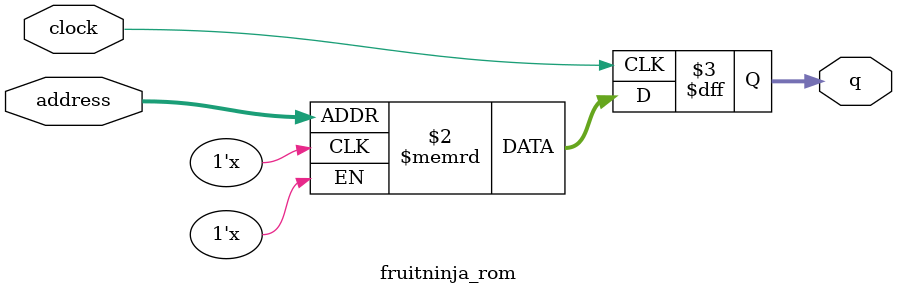
<source format=sv>
module fruitninja_rom (
	input logic clock,
	input logic [18:0] address,
	output logic [7:0] q
);

logic [7:0] memory [0:307199] /* synthesis ram_init_file = "./fruitninja/fruitninja.mif" */;

always_ff @ (posedge clock) begin
	q <= memory[address];
end

endmodule

</source>
